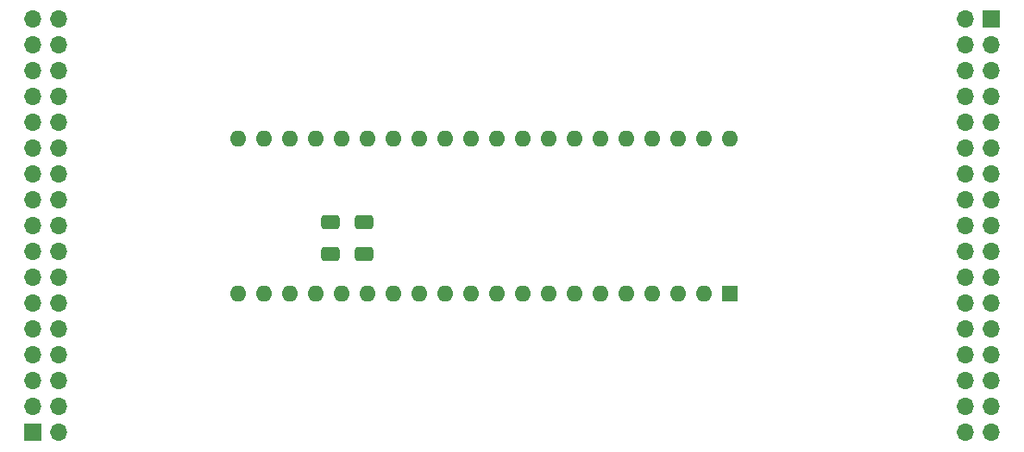
<source format=gbr>
%TF.GenerationSoftware,KiCad,Pcbnew,8.0.7-8.0.7-0~ubuntu22.04.1*%
%TF.CreationDate,2025-01-27T00:18:06+01:00*%
%TF.ProjectId,6845_v1,36383435-5f76-4312-9e6b-696361645f70,rev?*%
%TF.SameCoordinates,Original*%
%TF.FileFunction,Soldermask,Top*%
%TF.FilePolarity,Negative*%
%FSLAX46Y46*%
G04 Gerber Fmt 4.6, Leading zero omitted, Abs format (unit mm)*
G04 Created by KiCad (PCBNEW 8.0.7-8.0.7-0~ubuntu22.04.1) date 2025-01-27 00:18:06*
%MOMM*%
%LPD*%
G01*
G04 APERTURE LIST*
G04 Aperture macros list*
%AMRoundRect*
0 Rectangle with rounded corners*
0 $1 Rounding radius*
0 $2 $3 $4 $5 $6 $7 $8 $9 X,Y pos of 4 corners*
0 Add a 4 corners polygon primitive as box body*
4,1,4,$2,$3,$4,$5,$6,$7,$8,$9,$2,$3,0*
0 Add four circle primitives for the rounded corners*
1,1,$1+$1,$2,$3*
1,1,$1+$1,$4,$5*
1,1,$1+$1,$6,$7*
1,1,$1+$1,$8,$9*
0 Add four rect primitives between the rounded corners*
20,1,$1+$1,$2,$3,$4,$5,0*
20,1,$1+$1,$4,$5,$6,$7,0*
20,1,$1+$1,$6,$7,$8,$9,0*
20,1,$1+$1,$8,$9,$2,$3,0*%
G04 Aperture macros list end*
%ADD10RoundRect,0.250000X-0.650000X0.412500X-0.650000X-0.412500X0.650000X-0.412500X0.650000X0.412500X0*%
%ADD11R,1.700000X1.700000*%
%ADD12O,1.700000X1.700000*%
%ADD13R,1.600000X1.600000*%
%ADD14O,1.600000X1.600000*%
G04 APERTURE END LIST*
D10*
%TO.C,C2*%
X82150000Y-88937500D03*
X82150000Y-92062500D03*
%TD*%
%TO.C,C1*%
X85500000Y-88937500D03*
X85500000Y-92062500D03*
%TD*%
D11*
%TO.C,J3*%
X147000000Y-69000000D03*
D12*
X144460000Y-69000000D03*
X147000000Y-71540000D03*
X144460000Y-71540000D03*
X147000000Y-74080000D03*
X144460000Y-74080000D03*
X147000000Y-76620000D03*
X144460000Y-76620000D03*
X147000000Y-79160000D03*
X144460000Y-79160000D03*
X147000000Y-81700000D03*
X144460000Y-81700000D03*
X147000000Y-84240000D03*
X144460000Y-84240000D03*
X147000000Y-86780000D03*
X144460000Y-86780000D03*
X147000000Y-89320000D03*
X144460000Y-89320000D03*
X147000000Y-91860000D03*
X144460000Y-91860000D03*
X147000000Y-94400000D03*
X144460000Y-94400000D03*
X147000000Y-96940000D03*
X144460000Y-96940000D03*
X147000000Y-99480000D03*
X144460000Y-99480000D03*
X147000000Y-102020000D03*
X144460000Y-102020000D03*
X147000000Y-104560000D03*
X144460000Y-104560000D03*
X147000000Y-107100000D03*
X144460000Y-107100000D03*
X147000000Y-109640000D03*
X144460000Y-109640000D03*
%TD*%
D13*
%TO.C,U1*%
X121412000Y-96012000D03*
D14*
X118872000Y-96012000D03*
X116332000Y-96012000D03*
X113792000Y-96012000D03*
X111252000Y-96012000D03*
X108712000Y-96012000D03*
X106172000Y-96012000D03*
X103632000Y-96012000D03*
X101092000Y-96012000D03*
X98552000Y-96012000D03*
X96012000Y-96012000D03*
X93472000Y-96012000D03*
X90932000Y-96012000D03*
X88392000Y-96012000D03*
X85852000Y-96012000D03*
X83312000Y-96012000D03*
X80772000Y-96012000D03*
X78232000Y-96012000D03*
X75692000Y-96012000D03*
X73152000Y-96012000D03*
X73152000Y-80772000D03*
X75692000Y-80772000D03*
X78232000Y-80772000D03*
X80772000Y-80772000D03*
X83312000Y-80772000D03*
X85852000Y-80772000D03*
X88392000Y-80772000D03*
X90932000Y-80772000D03*
X93472000Y-80772000D03*
X96012000Y-80772000D03*
X98552000Y-80772000D03*
X101092000Y-80772000D03*
X103632000Y-80772000D03*
X106172000Y-80772000D03*
X108712000Y-80772000D03*
X111252000Y-80772000D03*
X113792000Y-80772000D03*
X116332000Y-80772000D03*
X118872000Y-80772000D03*
X121412000Y-80772000D03*
%TD*%
D11*
%TO.C,J1*%
X53000000Y-109640000D03*
D12*
X55540000Y-109640000D03*
X53000000Y-107100000D03*
X55540000Y-107100000D03*
X53000000Y-104560000D03*
X55540000Y-104560000D03*
X53000000Y-102020000D03*
X55540000Y-102020000D03*
X53000000Y-99480000D03*
X55540000Y-99480000D03*
X53000000Y-96940000D03*
X55540000Y-96940000D03*
X53000000Y-94400000D03*
X55540000Y-94400000D03*
X53000000Y-91860000D03*
X55540000Y-91860000D03*
X53000000Y-89320000D03*
X55540000Y-89320000D03*
X53000000Y-86780000D03*
X55540000Y-86780000D03*
X53000000Y-84240000D03*
X55540000Y-84240000D03*
X53000000Y-81700000D03*
X55540000Y-81700000D03*
X53000000Y-79160000D03*
X55540000Y-79160000D03*
X53000000Y-76620000D03*
X55540000Y-76620000D03*
X53000000Y-74080000D03*
X55540000Y-74080000D03*
X53000000Y-71540000D03*
X55540000Y-71540000D03*
X53000000Y-69000000D03*
X55540000Y-69000000D03*
%TD*%
M02*

</source>
